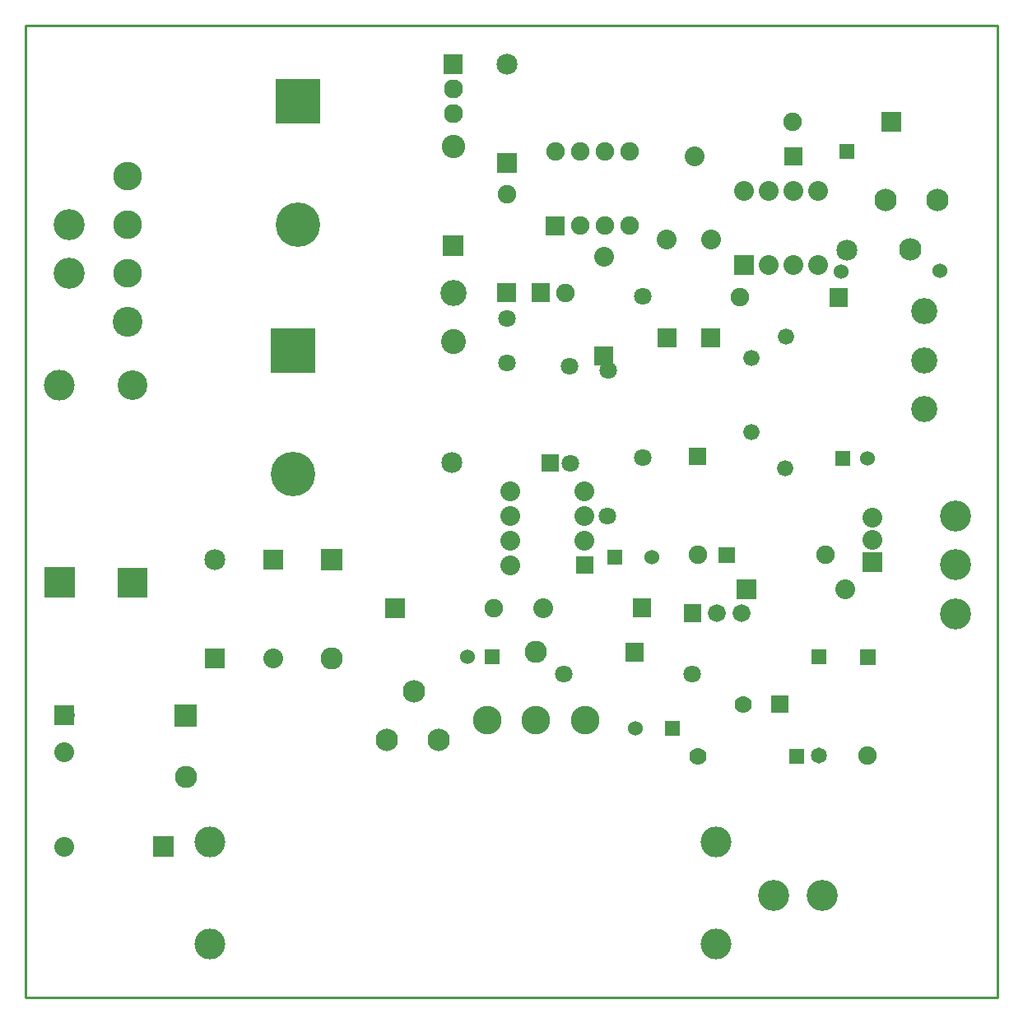
<source format=gbr>
G04 start of page 3 for group 1 idx 5 *
G04 Title: silk, bottom *
G04 Creator: pcb 20140316 *
G04 CreationDate: Tue 08 Nov 2016 03:24:31 PM GMT UTC *
G04 For: aleksandar *
G04 Format: Gerber/RS-274X *
G04 PCB-Dimensions (mil): 3937.01 3937.01 *
G04 PCB-Coordinate-Origin: lower left *
%MOIN*%
%FSLAX25Y25*%
%LNTOP*%
%ADD80C,0.0320*%
%ADD79C,0.0280*%
%ADD78C,0.0220*%
%ADD77C,0.0312*%
%ADD76C,0.0500*%
%ADD75C,0.0300*%
%ADD74C,0.0380*%
%ADD73C,0.0480*%
%ADD72C,0.0350*%
%ADD71C,0.0200*%
%ADD70C,0.0660*%
%ADD69C,0.0710*%
%ADD68C,0.1010*%
%ADD67C,0.1210*%
%ADD66C,0.0950*%
%ADD65C,0.0770*%
%ADD64C,0.1160*%
%ADD63C,0.0720*%
%ADD62C,0.1060*%
%ADD61C,0.0600*%
%ADD60C,0.0650*%
%ADD59C,0.0750*%
%ADD58C,0.0700*%
%ADD57C,0.1260*%
%ADD56C,0.1200*%
%ADD55C,0.0906*%
%ADD54C,0.0900*%
%ADD53C,0.0850*%
%ADD52C,0.1800*%
%ADD51C,0.0800*%
%ADD50C,0.1250*%
%ADD49C,0.0001*%
%ADD48C,0.0394*%
%ADD47C,0.0787*%
%ADD46C,0.0100*%
G54D46*X0Y393701D02*Y0D01*
Y393701D02*X393701D01*
X0Y0D02*X393701D01*
Y393701D02*Y0D01*
G54D47*X15744Y114245D02*X15844D01*
G54D48*X370100Y294001D02*X370300Y294201D01*
X246200Y109493D02*X246476Y109217D01*
G54D49*G36*
X7526Y174319D02*Y161819D01*
X20026D01*
Y174319D01*
X7526D01*
G37*
G54D50*X13776Y248069D03*
G54D49*G36*
X11744Y118245D02*Y110245D01*
X19744D01*
Y118245D01*
X11744D01*
G37*
G54D51*X15744Y99245D03*
G54D49*G36*
X51494Y65359D02*Y56859D01*
X59994D01*
Y65359D01*
X51494D01*
G37*
G54D51*X15744Y61109D03*
G54D52*X108240Y211845D03*
G54D49*G36*
X72752Y141221D02*Y133221D01*
X80752D01*
Y141221D01*
X72752D01*
G37*
G54D53*X76752Y177221D03*
G54D49*G36*
X96368Y181221D02*Y173221D01*
X104368D01*
Y181221D01*
X96368D01*
G37*
G54D51*X100368Y137221D03*
G54D49*G36*
X119734Y181471D02*Y172971D01*
X128234D01*
Y181471D01*
X119734D01*
G37*
G54D54*X123984Y137221D03*
G54D49*G36*
X145568Y161541D02*Y153541D01*
X153568D01*
Y161541D01*
X145568D01*
G37*
G54D55*X157440Y124085D03*
X146440Y104321D03*
G54D49*G36*
X60444Y118745D02*Y109745D01*
X69444D01*
Y118745D01*
X60444D01*
G37*
G36*
X37296Y174069D02*Y162069D01*
X49296D01*
Y174069D01*
X37296D01*
G37*
G54D56*X43296Y248069D03*
G54D54*X64944Y89245D03*
G54D50*X74784Y21749D03*
Y63077D03*
X279784Y21749D03*
G54D57*X303072Y41429D03*
X322758D03*
G54D58*X290476Y118717D03*
G54D49*G36*
X309248Y100501D02*Y94501D01*
X315248D01*
Y100501D01*
X309248D01*
G37*
G54D58*X272248Y97501D03*
G54D50*X279784Y63077D03*
G54D49*G36*
X259100Y112101D02*Y106101D01*
X265100D01*
Y112101D01*
X259100D01*
G37*
G36*
X339072Y180253D02*Y172253D01*
X347072D01*
Y180253D01*
X339072D01*
G37*
G54D51*X343072Y185253D03*
Y194253D03*
G54D57*X376528Y194939D03*
Y155253D03*
Y175253D03*
G54D59*X324032Y179189D03*
G54D49*G36*
X318424Y140861D02*Y134861D01*
X324424D01*
Y140861D01*
X318424D01*
G37*
G54D60*X321424Y97861D03*
G54D49*G36*
X301976Y122217D02*Y115217D01*
X308976D01*
Y122217D01*
X301976D01*
G37*
G36*
X328100Y221201D02*Y215201D01*
X334100D01*
Y221201D01*
X328100D01*
G37*
G54D61*X341100Y218201D03*
G54D62*X364080Y238229D03*
G54D51*X331904Y165413D03*
G54D49*G36*
X337854Y141111D02*Y134611D01*
X344354D01*
Y141111D01*
X337854D01*
G37*
G54D59*X341104Y97861D03*
G54D49*G36*
X245890Y161491D02*Y153991D01*
X253390D01*
Y161491D01*
X245890D01*
G37*
G36*
X280782Y182439D02*Y175939D01*
X287282D01*
Y182439D01*
X280782D01*
G37*
G54D59*X272224Y179189D03*
G54D49*G36*
X287904Y169413D02*Y161413D01*
X295904D01*
Y169413D01*
X287904D01*
G37*
G54D61*X253700Y178201D03*
G54D51*X209640Y157741D03*
G54D49*G36*
X222820Y178593D02*Y171593D01*
X229820D01*
Y178593D01*
X222820D01*
G37*
G54D51*X226320Y185093D03*
Y195093D03*
Y205093D03*
G54D49*G36*
X209044Y220081D02*Y213081D01*
X216044D01*
Y220081D01*
X209044D01*
G37*
G54D51*X196320Y205093D03*
Y195093D03*
Y185093D03*
Y175093D03*
G54D53*X172544Y216581D03*
G54D49*G36*
X268724Y222689D02*Y215689D01*
X275724D01*
Y222689D01*
X268724D01*
G37*
G36*
X266496Y159173D02*Y151973D01*
X273696D01*
Y159173D01*
X266496D01*
G37*
G54D63*X280096Y155573D03*
X290096D03*
G54D49*G36*
X235700Y181201D02*Y175201D01*
X241700D01*
Y181201D01*
X235700D01*
G37*
G54D59*X189568Y157541D03*
G54D49*G36*
X185928Y140861D02*Y134861D01*
X191928D01*
Y140861D01*
X185928D01*
G37*
G54D61*X178928Y137861D03*
G54D55*X167440Y104321D03*
G54D64*X186954Y112277D03*
X226640D03*
X206640D03*
G54D61*X247100Y109101D03*
G54D49*G36*
X242890Y143579D02*Y136079D01*
X250390D01*
Y143579D01*
X242890D01*
G37*
G54D54*X206640Y139829D03*
G54D49*G36*
X169334Y381807D02*Y374107D01*
X177034D01*
Y381807D01*
X169334D01*
G37*
G54D53*X194832Y377957D03*
G54D65*X173184Y367957D03*
Y357957D03*
G54D66*Y344501D03*
G54D49*G36*
X190832Y341957D02*Y333957D01*
X198832D01*
Y341957D01*
X190832D01*
G37*
G54D59*X194832Y325461D03*
G54D64*X41328Y293327D03*
G54D67*Y273642D03*
G54D64*Y332698D03*
Y313013D03*
G54D57*X17712Y293327D03*
Y313013D03*
G54D49*G36*
X99240Y270845D02*Y252845D01*
X117240D01*
Y270845D01*
X99240D01*
G37*
G36*
X101208Y372013D02*Y354013D01*
X119208D01*
Y372013D01*
X101208D01*
G37*
G54D52*X110208Y313013D03*
G54D68*X173184Y265775D03*
G54D62*Y285461D03*
G54D49*G36*
X191082Y289211D02*Y281711D01*
X198582D01*
Y289211D01*
X191082D01*
G37*
G36*
X230442Y263627D02*Y256127D01*
X237942D01*
Y263627D01*
X230442D01*
G37*
G54D51*X234192Y299877D03*
G54D49*G36*
X204858Y289211D02*Y281711D01*
X212358D01*
Y289211D01*
X204858D01*
G37*
G54D59*X218608Y285461D03*
G54D49*G36*
X346776Y358641D02*Y350641D01*
X354776D01*
Y358641D01*
X346776D01*
G37*
G54D59*X310776Y354641D03*
G54D51*X320944Y326789D03*
X310944D03*
X300944D03*
X290944D03*
G54D49*G36*
X307194Y344315D02*Y336815D01*
X314694D01*
Y344315D01*
X307194D01*
G37*
G36*
X329592Y345533D02*Y339533D01*
X335592D01*
Y345533D01*
X329592D01*
G37*
G54D55*X348336Y322853D03*
X369336D03*
G54D49*G36*
X168934Y308751D02*Y300251D01*
X177434D01*
Y308751D01*
X168934D01*
G37*
G36*
X210762Y316283D02*Y308783D01*
X218262D01*
Y316283D01*
X210762D01*
G37*
G54D59*X214512Y342533D03*
X224512Y312533D03*
Y342533D03*
X244512D03*
X234512D03*
G54D51*X270944Y340565D03*
G54D59*X234512Y312533D03*
X244512D03*
G54D49*G36*
X256026Y270859D02*Y263359D01*
X263526D01*
Y270859D01*
X256026D01*
G37*
G54D51*X259776Y307109D03*
G54D49*G36*
X273738Y270859D02*Y263359D01*
X281238D01*
Y270859D01*
X273738D01*
G37*
G36*
X325546Y287243D02*Y279743D01*
X333046D01*
Y287243D01*
X325546D01*
G37*
G54D59*X289296Y283493D03*
G54D62*X364080Y277915D03*
Y257915D03*
G54D49*G36*
X286944Y300789D02*Y292789D01*
X294944D01*
Y300789D01*
X286944D01*
G37*
G54D51*X300944Y296789D03*
X310944D03*
X320944D03*
X277488Y307109D03*
G54D53*X332592Y302533D03*
G54D55*X358336Y303089D03*
G54D69*X194800Y274901D03*
Y257001D03*
X217900Y131101D03*
X220500Y216201D03*
X220300Y255501D03*
G54D70*X307900Y267501D03*
G54D69*X249900Y218501D03*
Y283801D03*
G54D70*X293800Y228901D03*
X294100Y258901D03*
G54D69*X235900Y254001D03*
G54D61*X330200Y294001D03*
X370300Y294201D03*
G54D70*X307700Y214201D03*
G54D69*X270000Y131001D03*
X235700Y194801D03*
G54D71*G54D72*G54D71*G54D73*G54D74*G54D75*G54D71*G54D76*G54D71*G54D75*G54D71*G54D77*G54D75*G54D73*G54D74*G54D75*G54D74*G54D71*G54D74*G54D75*G54D78*G54D71*G54D75*G54D71*G54D75*G54D71*G54D75*G54D79*G54D75*G54D79*G54D75*G54D80*G54D78*G54D75*G54D71*G54D75*G54D71*G54D77*G54D71*G54D75*G54D80*G54D75*G54D78*G54D75*G54D76*G54D71*G54D75*G54D71*G54D75*G54D79*G54D75*G54D71*G54D77*G54D75*G54D79*G54D75*G54D79*G54D75*G54D71*G54D79*G54D75*G54D71*G54D77*M02*

</source>
